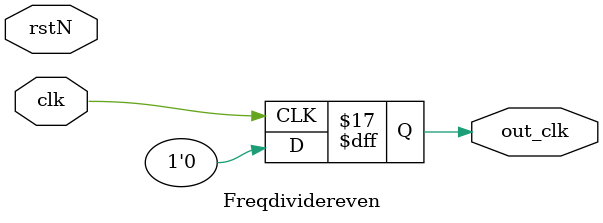
<source format=v>
`timescale 1ns / 1ps


module Freqdividereven(
input clk,
input rstN,
output reg out_clk
    );
    reg[1:0]cnt;
    wire clk_;
    assign clk_=~clk;
    always@(posedge clk)begin
    if(rstN)cnt<=2'd0;
    else if(cnt==2'd1) cnt<=2'd0;
    else cnt<= cnt+1'b1;
    end
always@(posedge clk)begin
if(rstN) out_clk<=0;
else if(cnt==2'd1)out_clk<=0;
else out_clk<=0;
end
endmodule



</source>
